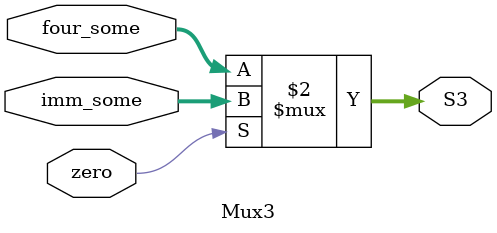
<source format=v>

module fd 
    #(  // Tamanho em bits dos barramentos
        parameter i_addr_bits = 6,
        parameter d_addr_bits = 6
    )(
        input  clk, rst_n,                   // clock borda subida, reset assíncrono ativo baixo
        output [6:0] opcode,                    
        input  d_mem_we, rf_we,              // Habilita escrita na memória de dados e no banco de registradores
        input  [3:0] alu_cmd,                // ver abaixo
        output [3:0] alu_flags,
        input  alu_src,                      // 0: rf, 1: imm
               pc_src,                       // 0: +4, 1: +imm
               rf_src,                       // 0: alu, 1:d_mem
        output [i_addr_bits-1:0] i_mem_addr,
        input  [31:0]            i_mem_data,
        output [d_addr_bits-1:0] d_mem_addr,
        inout  [63:0]            d_mem_data

    );
    // AluCmd     AluFlags
    // 0000: R    0: zero
    // 0001: I    1: MSB 
    // 0010: S    2: overflow
    // 0011: SB
    // 0100: U
    // 0101: UJ

    wire clock; // Clock (3 vezes mais devagar que o da UC)
    // reg rst_n; // ~Reset
    wire [3:0] alu_control; // Controle da ULA feita pelo módulo ALU_Control
    wire funct7; // Da memória de instrução para a ALU_Control (bit 30 da instrução)
    wire [2:0] funct3; // Da memória de instrução para a ALU_Control (os 3 bits do funct 3)
    wire signed [63:0] res; // Resultado da ULA
    wire [4:0] Rw; // Endereço de escrita do RF
    wire [4:0] Ra, Rb; // Endereços de leitura do RF
    wire signed [63:0] doutA; // Dados do RF
    wire signed [63:0] doutB; // Dados do RF e entrada para a memória de dados
    wire signed [63:0] S1; // Saída do MUX1
    wire signed [63:0] S2; // Saída do MUX2
    wire [31:0] S3; // Saída do MUX3
    wire [31:0] PC;// Saída do PC
    wire [31:0] doutIR; // Saída do IR
    wire signed [63:0] imm; // Imediato
    wire [31:0] somafour, somaimm; // Soma PC+4 e soma Imm+PC
    reg [1:0] contador_clock; // Contador de clock para redução

    assign d_mem_addr = res; // Fio de saída da ULA
    assign i_mem_addr = PC[7:2];
    assign d_mem_data = (d_mem_we == 1) ? doutB: 64'bz; // Alta impedância se rf_we for 1


     initial begin //redutor de clock
        contador_clock <= 0;
     end

     assign clock = (contador_clock == 3) ? 1:
                                            0;
     always@(clk)
     begin
        contador_clock = contador_clock + 1;
        if(contador_clock == 4) 
            contador_clock <= 0;
     end

    ULA uut (
        .a(doutA), // Saída do RF
        .b(S1), // Saída do MUX1
        .soma(res), // Saída da ULA
        .sinal(alu_control), // sinal para soma, subtração, and ou or
        .alu_flags(alu_flags) // Flags (zero, MSB, overflow)
    );

    ALU_Control crtl (

        .alu_cmd(alu_cmd), // Vem da UC
        .funct7(funct7), // Vem do IR
        .funct3(funct3), // Vem do IR
        .control(alu_control) // Vai para ULA
    );

    registrador utt (
        .clk(clock),
        .din(S2), // Vem do MUX2
        .we(rf_we), // Write-enable do RF
        .Rw(Rw), 
        .Ra(Ra),
        .Rb(Rb),
        .doutA(doutA),
        .doutB(doutB)
    );

    Mux1 utv (
        .imm(imm),
        .doutB(doutB),
        .sinalMux(alu_src),
        .S1(S1)
    );

    Mux2 uvv (
        .doutMem(d_mem_data),
        .soma(res),
        .rf_src(rf_src),
        .S2(S2)
    );
    

    PC uhh(
        .clock(clock),
        .data_in(S3),
        .data_out(PC)
    );

    IR huu (
        .clock(clock),
        .data_in(i_mem_data),
        .data_out(doutIR),
        .rs1(Ra),
        .rs2(Rb),
        .rd(Rw),
        .opcode(opcode),
        .funct7(funct7),
        .funct3(funct3)

    );

    imm_generator hii (
        .palavra(doutIR),
        .opcode(opcode),
        .imm(imm)

    );

    somador_four itt(
        .dout_pc(PC),
        .soma(somafour)

    );

    somador_imm its (
        .PC(PC),
        .imm(imm),
        .soma(somaimm)
    );

    Mux3 ihs (
        .four_some(somafour),
        .imm_some(somaimm),
        .zero(pc_src),
        .S3(S3)
    );

//as entradas estao diferentes e por isso precisa criar assign para associar os nomes
              
endmodule

    // AluCmd     AluFlags
    // 0000: R    0: zero
    // 0001: I    1: MSB 
    // 0010: S    2: overflow
    // 0011: SB
    // 0100: U
    // 0101: UJ

module ALU_Control(
input [3:0] alu_cmd,
input funct7, input [2:0] funct3,
output [3:0] control);

assign control = (alu_cmd == 4'b0000 && {funct7,funct3} == 4'b0000) ?  4'b0010: // ADD (R-type)
                 (alu_cmd == 4'b0000 && {funct7,funct3} == 4'b1000) ? 4'b0110: // SUB (R-type)
                 (alu_cmd == 4'b0000 && {funct7,funct3} == 4'b0111) ? 4'b0000: // AND (R-type)
                 (alu_cmd == 4'b0000 && {funct7,funct3} == 4'b0110) ? 4'b0001: // OR (R-type)
                 (alu_cmd == 4'b0001) ? 4'b0010: // LOAD (I - type)
                 (alu_cmd == 4'b0010) ? 4'b0010: // STORE (S-type)
                 (alu_cmd == 4'b0011) ? 4'b0110: //BEQ (SB - type)
                                        4'bxxxx; // default 

endmodule

module ULA (b, a, sinal, soma, alu_flags);

input signed [63:0] b, a; 
input [3:0] sinal; // Vem da ALU_Control
output signed [63:0] soma;
output [3:0] alu_flags; // zero, MSB, overflow e x (don't care)
wire overflow;
wire MSB;
wire zero;
wire soma_;

assign {overflow, soma_ } = a + b; // Checando se deu overflow na soma (inacabado, ainda nao estamos utilizando em nenhuma instrução)

assign soma = (sinal == 4'b0010) ? (a+b): //ADD, LOAD, STORE
              (sinal == 4'b0000) ? (a&b): //AND
              (sinal == 4'b1010) ? (a|b): //OR
              (sinal == 4'b0110) ? (a-b): //SUB, BEQ
                                   (a-b); // Outras que por enquanto nao temos
assign MSB = soma[63];
assign zero = (soma == 0) ? 1: 0;
assign alu_flags = {zero, MSB, overflow};
     
endmodule

module somador_four(dout_pc, soma);

input [31:0] dout_pc;
output [31:0] soma;

assign soma = {dout_pc<<2} + 4; // Shift left, pois o PC está em unidade de instrução e não de 4 em 4

endmodule

module somador_imm(PC, imm, soma);

input [31:0] PC;
input [63:0] imm;
output [31:0] soma;

assign soma = {PC << 2} + imm[31:0]; // Shift left, pois o PC está em unidade de instrução e não de 4 em 4

endmodule

module PC(clock, data_in, data_out);

input             clock;
input      [31:0] data_in;
output reg [31:0] data_out;

initial begin
    data_out <=0; // Estado inicial do processador
end

always @(posedge clock)
begin
    data_out <= data_in[7:2]; 
end

endmodule


module IR(clock, data_in, data_out, rs1, rs2, rd, opcode, funct7, funct3);

input             clock;
input      [31:0] data_in;
output  reg   [31:0] data_out;
output [6:0] opcode;
output  [4:0] rs1;
output  [4:0] rd;
output  [4:0] rs2;
output  funct7;
output  [2:0] funct3;


always @(posedge clock)
begin
        data_out <= data_in[31:0]; // Sai a palavra de 32 bits

end

assign rd = data_out[11:7]; // Write addres for the registers in LOAD, ADD, SUB, ADDI instructions
assign rs1 =  data_out[19:15]; // Read addres for the registers in LOAD, ADD, SUB, STORE, ADDI, BNE, ... instructions
assign rs2 = data_out[24:20]; // Another read addres for the registers in ADD, SUB, STORE, BNE, BEQ, ... instructions
assign opcode =  data_out[6:0]; // Opcode in all instructions
assign funct7 =  data_out[30]; // For ADD and SUB
assign funct3 =  data_out[14:12]; // For ADD and SUB

endmodule

module imm_generator(
    palavra, // Vem da IR
    opcode, // Vem da Memoria de Instrução
    imm
);

input signed [31:0] palavra;
input [6:0] opcode;
output signed [63:0] imm;
wire signed [11:0] imm_field_typeA; // LOAD, STORE, BRANCH, ADD, SUB, ADDI...
wire signed [19:0] imm_field_typeB; // AUIPC

  // Select the appropriate bits for the immediate field based on the opcode (in case we dont need immediate, it takes the default field)
assign imm_field_typeA = (opcode == 7'b0000011) ? palavra[31:20] : // LOAD
                     (opcode == 7'b0100011) ? {palavra[31:25],palavra[11:7]} : // STORE
                     (opcode == 7'b1100011) ? {palavra[31],palavra[7], palavra[30:25],palavra[11:8]}  : // BRANCH INSTRUCTIONS (BEQ, BNE, etc)
                     (opcode == 7'b0010011) ? palavra[31:20] : // ADDI
                                              palavra[31:20]; // ADD, SUB -> don't care e para o JALR
assign imm_field_typeB = (opcode == 7'b0010111) ? palavra[31:12]: // AUIPC
                        (opcode == 7'b1101111) ? {palavra[31], palavra[19:12], palavra[20], palavra[30:21]}: // JAL
                                                                                             palavra[31:12]; 

  // Sign-extend the immediate field to 64 bits and shifts left by 2 if it is a branch instruction
assign imm = (opcode == 7'b1100011) ? {{50{imm_field_typeA[11]}}, imm_field_typeA} << 2:
               (opcode == 7'b0010111) ? {{32{imm_field_typeB[19]}}, imm_field_typeB} << 12: // AUIPC
               (opcode == 7'b1101111) ? {{43{imm_field_typeB[19]}}, imm_field_typeB} << 1: // JAL
                                        {{52{imm_field_typeA[11]}}, imm_field_typeA}; // se não for branch instruction, apenas faz o signal extend

endmodule



module registrador (clk, din, we, Rw, Ra, Rb, doutA, doutB);
    input clk;             // Clock do sistema
    input signed [63:0] din; // Dados de entrada  
    input we;          // Sinal de carregamento de dados
    output signed [64-1:0] doutA; // Dado de saída
    output signed [64-1:0]  doutB; // Dado de saída
    input [4:0] Rw; // Vai vir da memoria de instrução
    input [4:0] Ra; // Vai vir da memoria de instrução
    input [4:0] Rb; // Vai vir da memoria de instrução

    reg signed [63:0] registradores [31:0]; //Registradores

    initial begin
        
        registradores[0] = 0;
        registradores[1] = 1;
        registradores[2] = 1;
        registradores[3] = 0;
        registradores[4] = 64'b1111111111111111111111111111111111111111111111111111111111111111;
        // registradores[5] = 64'b1111111111111111111111111111111111111111111111111111111111111110;;
        registradores[5] = 64'b0000000000000000000000000000000000000000000000000000000000000001;
        registradores[8] = 62;

    end

    // Temos clock em registradores, por isso vamos usar o always

    always @(posedge clk) begin

        if (we) begin // Se o sinal de carregamento de dados estiver ativo
            registradores[Rw] <= din; // Carrega os dados de entrada no registrador

        end
    end

    assign doutA = registradores[Ra]; // Lê os dados do registrador
    assign doutB = registradores[Rb]; // Lê os dados do registrador 

    always@(registradores[9]) begin

        $display("Conteúdo do x9 no banco de registradores: %d", registradores[9]);
    
    end

    always@(registradores[10]) begin

        $display("Conteúdo do x10 no banco de registradores: %d", registradores[10]);
    
    end

endmodule

module Mux1 (imm , doutB, sinalMux, S1 );

input signed [63:0] doutB; // Dados do RF
input signed [63:0] imm; // Imediato extendido
output signed [63:0] S1; 
input sinalMux; 

// Se for 0, doutB eh passado para ULA

assign S1 = (sinalMux == 1'b0) ? doutB: imm;
            
endmodule


module Mux2 (doutMem, soma, rf_src, S2);

input signed [63:0] doutMem, soma; // Saída da memória de dados e da ULA, respectivamente
output signed [63:0] S2;//Saída do MUX
input rf_src; // Sinal de controle

assign S2 = (rf_src == 1) ? (doutMem): (soma);

            
endmodule

module Mux3 (imm_some, four_some, zero, S3);

input [31:0] imm_some; // Vem do somador_imm
input [31:0] four_some; // Vem do somador_four
output [31:0] S3; // Vai para o PC
input zero; // Vem da UC, depois de checar se eh uma branch instruction (BEQ)

assign S3 = (zero == 1'b0) ? (four_some):(imm_some);
            
endmodule


</source>
